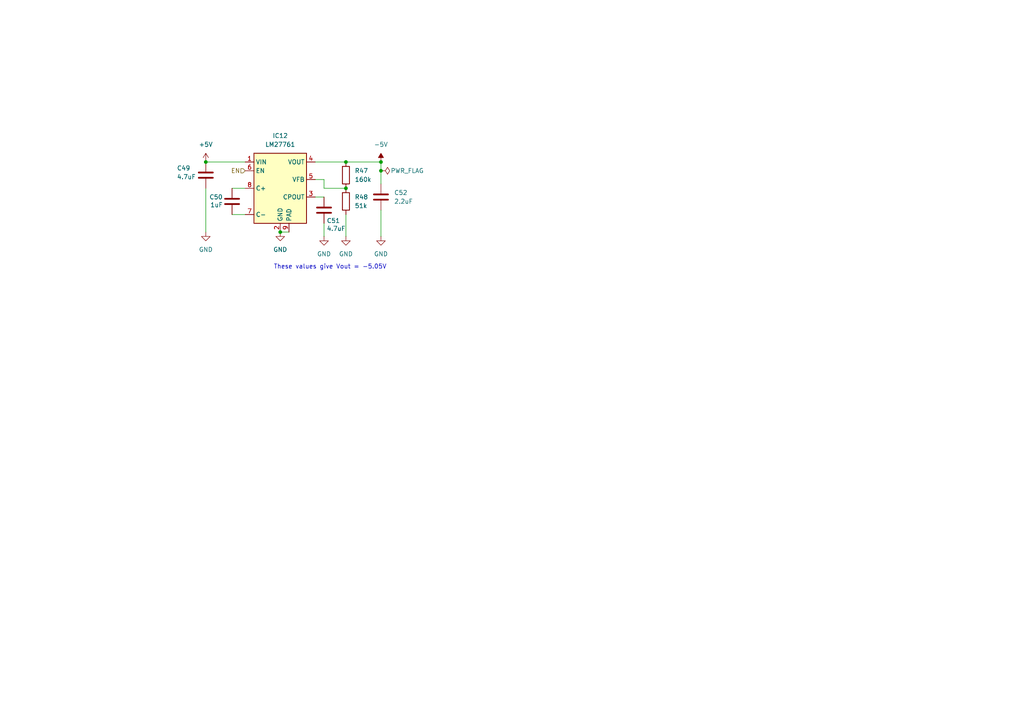
<source format=kicad_sch>
(kicad_sch (version 20250114) (generator "eeschema") (generator_version "9.0")
  (paper "A4")
  (lib_symbols
    (symbol "Device:C" (pin_numbers (hide yes)) (pin_names (offset 0.254))
      (property "Reference" "C" (at 0.635 2.54 0))
      (property "Value" "C" (at 0.635 -2.54 0))
      (symbol "C_0_1"
        (polyline (pts (xy -2.032 0.762) (xy 2.032 0.762)) (stroke (width 0.508)))
        (polyline (pts (xy -2.032 -0.762) (xy 2.032 -0.762)) (stroke (width 0.508)))
      )
      (symbol "C_1_1"
        (pin passive line (at 0 3.81 270) (length 2.794) (name "~") (number "1"))
        (pin passive line (at 0 -3.81 90) (length 2.794) (name "~") (number "2"))
      )
    )
    (symbol "Device:R" (pin_numbers (hide yes)) (pin_names (offset 0))
      (property "Reference" "R" (at 2.032 0 90))
      (property "Value" "R" (at 0 0 90))
      (symbol "R_0_1"
        (rectangle (start -1.016 -2.54) (end 1.016 2.54) (stroke (width 0.254)))
      )
      (symbol "R_1_1"
        (pin passive line (at 0 3.81 270) (length 1.27) (name "~") (number "1"))
        (pin passive line (at 0 -3.81 90) (length 1.27) (name "~") (number "2"))
      )
    )
    (symbol "Regulator_SwitchedCapacitor:LM27761"
      (property "Reference" "U" (at -6.35 11.43 0))
      (property "Value" "LM27761" (at 3.302 11.43 0))
      (symbol "LM27761_0_1"
        (rectangle (start -7.62 10.16) (end 7.62 -10.16) (stroke (width 0.254)) (fill (type background)))
      )
      (symbol "LM27761_1_1"
        (pin power_in line (at -10.16 7.62 0) (length 2.54) (name "VIN") (number "1"))
        (pin input line (at -10.16 5.08 0) (length 2.54) (name "EN") (number "6"))
        (pin passive line (at -10.16 0 0) (length 2.54) (name "C+") (number "8"))
        (pin passive line (at -10.16 -7.62 0) (length 2.54) (name "C-") (number "7"))
        (pin power_in line (at 0 -12.7 90) (length 2.54) (name "GND") (number "2"))
        (pin power_in line (at 2.54 -12.7 90) (length 2.54) (name "PAD") (number "9"))
        (pin power_out line (at 10.16 7.62 180) (length 2.54) (name "VOUT") (number "4"))
        (pin input line (at 10.16 2.54 180) (length 2.54) (name "VFB") (number "5"))
        (pin power_out line (at 10.16 -2.54 180) (length 2.54) (name "CPOUT") (number "3"))
      )
    )
    (symbol "power:+5V" (power) (pin_numbers (hide yes)) (pin_names (offset 0) (hide yes))
      (property "Value" "+5V" (at 0 3.556 0))
      (symbol "+5V_0_1"
        (polyline (pts (xy -0.762 1.27) (xy 0 2.54)))
        (polyline (pts (xy 0 2.54) (xy 0.762 1.27)))
        (polyline (pts (xy 0 0) (xy 0 2.54)))
      )
      (symbol "+5V_1_1"
        (pin power_in line (at 0 0 90) (length 0) (name "~") (number "1"))
      )
    )
    (symbol "power:-5V" (power) (pin_numbers (hide yes)) (pin_names (offset 0) (hide yes))
      (property "Value" "-5V" (at 0 3.556 0))
      (symbol "-5V_0_0"
        (pin power_in line (at 0 0 90) (length 0) (name "~") (number "1"))
      )
      (symbol "-5V_0_1"
        (polyline (pts (xy 0 0) (xy 0 1.27) (xy 0.762 1.27) (xy 0 2.54) (xy -0.762 1.27) (xy 0 1.27)) (fill (type outline)))
      )
    )
    (symbol "power:GND" (power) (pin_numbers (hide yes)) (pin_names (offset 0) (hide yes))
      (property "Value" "GND" (at 0 -3.81 0))
      (symbol "GND_0_1"
        (polyline (pts (xy 0 0) (xy 0 -1.27) (xy 1.27 -1.27) (xy 0 -2.54) (xy -1.27 -1.27) (xy 0 -1.27)))
      )
      (symbol "GND_1_1"
        (pin power_in line (at 0 0 270) (length 0) (name "~") (number "1"))
      )
    )
    (symbol "power:PWR_FLAG" (power) (pin_numbers (hide yes)) (pin_names (offset 0) (hide yes))
      (property "Value" "PWR_FLAG" (at 0 3.81 0))
      (symbol "PWR_FLAG_0_0"
        (pin power_out line (at 0 0 90) (length 0) (name "pwr") (number "1"))
      )
      (symbol "PWR_FLAG_0_1"
        (polyline (pts (xy 0 0) (xy 0 1.27) (xy -1.016 1.905) (xy 0 2.54) (xy 1.016 1.905) (xy 0 1.27)))
      )
    )
  )
  (text "These values give Vout = -5.05V" (at 95.758 77.47 0) (effects (font (size 1.27 1.27))))
  (junction (at 100.33 46.99))
  (junction (at 110.49 49.53))
  (junction (at 81.28 67.31))
  (junction (at 110.49 46.99))
  (junction (at 100.33 54.61))
  (junction (at 59.69 46.99))
  (wire (pts (xy 110.49 46.99) (xy 110.49 49.53)))
  (wire (pts (xy 93.98 64.77) (xy 93.98 68.58)))
  (wire (pts (xy 67.31 54.61) (xy 71.12 54.61)))
  (wire (pts (xy 59.69 46.99) (xy 71.12 46.99)))
  (wire (pts (xy 93.98 54.61) (xy 100.33 54.61)))
  (wire (pts (xy 93.98 52.07) (xy 93.98 54.61)))
  (wire (pts (xy 100.33 62.23) (xy 100.33 68.58)))
  (wire (pts (xy 59.69 54.61) (xy 59.69 67.31)))
  (wire (pts (xy 91.44 52.07) (xy 93.98 52.07)))
  (wire (pts (xy 91.44 46.99) (xy 100.33 46.99)))
  (wire (pts (xy 110.49 49.53) (xy 110.49 53.34)))
  (wire (pts (xy 91.44 57.15) (xy 93.98 57.15)))
  (wire (pts (xy 81.28 67.31) (xy 83.82 67.31)))
  (wire (pts (xy 100.33 46.99) (xy 110.49 46.99)))
  (wire (pts (xy 67.31 62.23) (xy 71.12 62.23)))
  (wire (pts (xy 110.49 60.96) (xy 110.49 68.58)))
  (hierarchical_label "EN" (shape input) (at 71.12 49.53 180))
  (symbol (lib_id "power:-5V") (at 110.49 46.99 0) (unit 1)
    (property "Reference" "#PWR0139" (effects (hide yes)))
    (property "Value" "-5V" (at 110.49 41.91 0))
    (property "Description" "Power symbol creates a global label with name \"-5V\"" (effects (hide yes)))
  )
  (symbol (lib_id "Device:C") (at 110.49 57.15 0) (unit 1)
    (property "Reference" "C52" (at 114.3 55.8799 0) (effects (justify left)))
    (property "Value" "2.2uF" (at 114.3 58.4199 0) (effects (justify left)))
    (property "Footprint" "Capacitor_SMD:C_0603_1608Metric" (effects (hide yes)))
    (property "Description" "Unpolarized capacitor" (effects (hide yes)))
  )
  (symbol (lib_id "Device:C") (at 67.31 58.42 0) (unit 1)
    (property "Reference" "C50" (at 60.706 57.15 0) (effects (justify left)))
    (property "Value" "1uF" (at 60.96 59.436 0) (effects (justify left)))
    (property "Footprint" "Capacitor_SMD:C_0603_1608Metric" (effects (hide yes)))
    (property "Description" "Unpolarized capacitor" (effects (hide yes)))
  )
  (symbol (lib_id "power:GND") (at 81.28 67.31 0) (unit 1)
    (property "Reference" "#PWR0136" (effects (hide yes)))
    (property "Value" "GND" (at 81.28 72.39 0))
    (property "Description" "Power symbol creates a global label with name \"GND\" , ground" (effects (hide yes)))
  )
  (symbol (lib_id "Device:C") (at 59.69 50.8 0) (unit 1)
    (property "Reference" "C49" (at 51.308 48.768 0) (effects (justify left)))
    (property "Value" "4.7uF" (at 51.308 51.308 0) (effects (justify left)))
    (property "Footprint" "Capacitor_SMD:C_0603_1608Metric" (effects (hide yes)))
    (property "Description" "Unpolarized capacitor" (effects (hide yes)))
  )
  (symbol (lib_id "power:GND") (at 110.49 68.58 0) (unit 1)
    (property "Reference" "#PWR0140" (effects (hide yes)))
    (property "Value" "GND" (at 110.49 73.66 0))
    (property "Description" "Power symbol creates a global label with name \"GND\" , ground" (effects (hide yes)))
  )
  (symbol (lib_id "Device:C") (at 93.98 60.96 0) (unit 1)
    (property "Reference" "C51" (at 94.742 64.008 0) (effects (justify left)))
    (property "Value" "4.7uF" (at 94.742 66.294 0) (effects (justify left)))
    (property "Footprint" "Capacitor_SMD:C_0603_1608Metric" (effects (hide yes)))
    (property "Description" "Unpolarized capacitor" (effects (hide yes)))
  )
  (symbol (lib_id "Regulator_SwitchedCapacitor:LM27761") (at 81.28 54.61 0) (unit 1)
    (property "Reference" "IC12" (at 81.28 39.37 0))
    (property "Value" "LM27761" (at 81.28 41.91 0))
    (property "Footprint" "Package_SON:WSON-8-1EP_2x2mm_P0.5mm_EP0.9x1.6mm" (effects (hide yes)))
    (property "Datasheet" "http://www.ti.com/lit/ds/symlink/lm27761.pdf" (effects (hide yes)))
    (property "Description" "low-noise regulated switched-capacitor voltage inverter with 2.7V-5.5V input to -1.5 to -5V Output Voltage, WSON-8" (effects (hide yes)))
  )
  (symbol (lib_id "Device:R") (at 100.33 50.8 0) (unit 1)
    (property "Reference" "R47" (at 102.87 49.5299 0) (effects (justify left)))
    (property "Value" "160k" (at 102.87 52.0699 0) (effects (justify left)))
    (property "Footprint" "Resistor_SMD:R_0402_1005Metric" (effects (hide yes)))
    (property "Description" "Resistor" (effects (hide yes)))
  )
  (symbol (lib_id "power:GND") (at 100.33 68.58 0) (unit 1)
    (property "Reference" "#PWR0138" (effects (hide yes)))
    (property "Value" "GND" (at 100.33 73.66 0))
    (property "Description" "Power symbol creates a global label with name \"GND\" , ground" (effects (hide yes)))
  )
  (symbol (lib_id "power:PWR_FLAG") (at 110.49 49.53 270) (unit 1)
    (property "Reference" "#FLG014" (effects (hide yes)))
    (property "Value" "PWR_FLAG" (at 122.936 49.53 90) (effects (justify right)))
  )
  (symbol (lib_id "Device:R") (at 100.33 58.42 0) (unit 1)
    (property "Reference" "R48" (at 102.87 57.1499 0) (effects (justify left)))
    (property "Value" "51k" (at 102.87 59.6899 0) (effects (justify left)))
    (property "Footprint" "Resistor_SMD:R_0402_1005Metric" (effects (hide yes)))
    (property "Description" "Resistor" (effects (hide yes)))
  )
  (symbol (lib_id "power:+5V") (at 59.69 46.99 0) (unit 1)
    (property "Reference" "#PWR0134" (effects (hide yes)))
    (property "Value" "+5V" (at 59.69 41.91 0))
    (property "Description" "Power symbol creates a global label with name \"+5V\"" (effects (hide yes)))
  )
  (symbol (lib_id "power:GND") (at 59.69 67.31 0) (unit 1)
    (property "Reference" "#PWR0135" (effects (hide yes)))
    (property "Value" "GND" (at 59.69 72.39 0))
    (property "Description" "Power symbol creates a global label with name \"GND\" , ground" (effects (hide yes)))
  )
  (symbol (lib_id "power:GND") (at 93.98 68.58 0) (unit 1)
    (property "Reference" "#PWR0137" (effects (hide yes)))
    (property "Value" "GND" (at 93.98 73.66 0))
    (property "Description" "Power symbol creates a global label with name \"GND\" , ground" (effects (hide yes)))
  )
)
</source>
